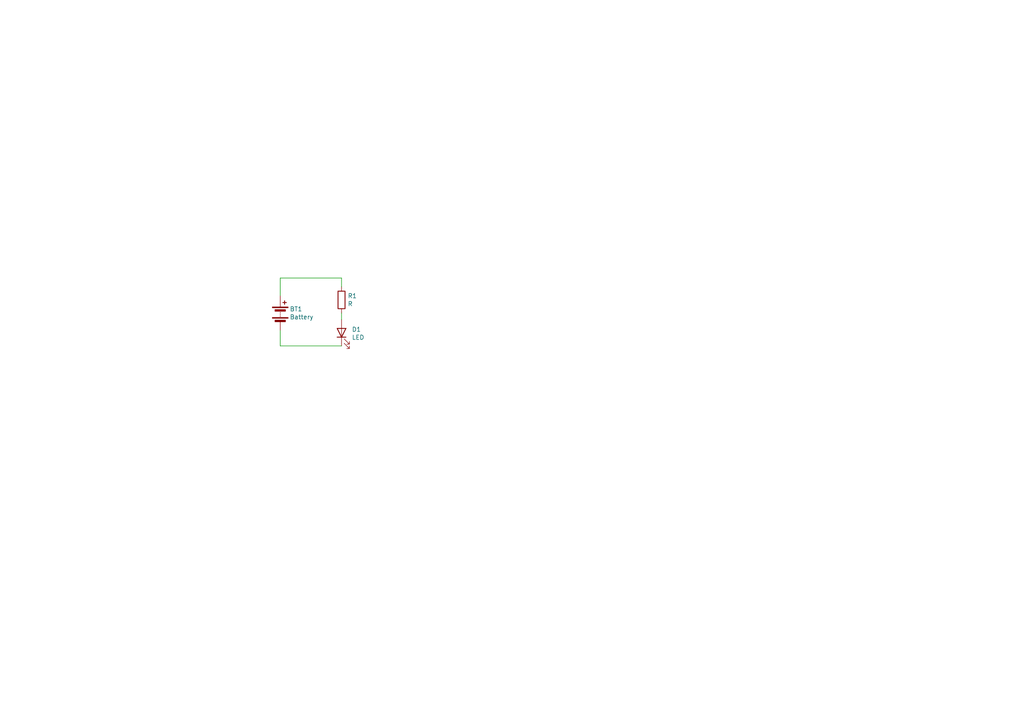
<source format=kicad_sch>
(kicad_sch (version 20230121) (generator eeschema)
  (paper "A4")
  (lib_symbols
    (symbol "Device:Battery" (pin_numbers hide) (pin_names (offset 0) hide)
      (property "Reference" "BT" (at 2.54 2.54 0))
      (property "Value" "Battery" (at 2.54 0 0))
      (symbol "Battery_0_1"
        (rectangle (start -2.286 -1.27) (end 2.286 -1.524) (fill (type outline)))
        (rectangle (start -2.286 1.778) (end 2.286 1.524) (fill (type outline)))
        (rectangle (start -1.524 -2.032) (end 1.524 -2.54) (fill (type outline)))
        (rectangle (start -1.524 1.016) (end 1.524 0.508) (fill (type outline)))
        (polyline (pts (xy 0 -1.016) (xy 0 -0.762)))
        (polyline (pts (xy 0 -0.508) (xy 0 -0.254)))
        (polyline (pts (xy 0 0) (xy 0 0.254)))
        (polyline (pts (xy 0 1.778) (xy 0 2.54)))
        (polyline (pts (xy 0.762 3.048) (xy 1.778 3.048)) (stroke (width 0.254)))
        (polyline (pts (xy 1.27 3.556) (xy 1.27 2.54)) (stroke (width 0.254)))
      )
      (symbol "Battery_1_1"
        (pin passive line (at 0 5.08 270) (length 2.54) (name "+") (number "1"))
        (pin passive line (at 0 -5.08 90) (length 2.54) (name "-") (number "2"))
      )
    )
    (symbol "Device:LED" (pin_numbers hide) (pin_names (offset 1.016) hide)
      (property "Reference" "D" (at 0 2.54 0))
      (property "Value" "LED" (at 0 -2.54 0))
      (symbol "LED_0_1"
        (polyline (pts (xy -1.27 -1.27) (xy -1.27 1.27)) (stroke (width 0.254)))
        (polyline (pts (xy -1.27 0) (xy 1.27 0)))
        (polyline (pts (xy 1.27 -1.27) (xy 1.27 1.27) (xy -1.27 0) (xy 1.27 -1.27)) (stroke (width 0.254)))
        (polyline (pts (xy -3.048 -0.762) (xy -4.572 -2.286) (xy -3.81 -2.286) (xy -4.572 -2.286) (xy -4.572 -1.524)))
        (polyline (pts (xy -1.778 -0.762) (xy -3.302 -2.286) (xy -2.54 -2.286) (xy -3.302 -2.286) (xy -3.302 -1.524)))
      )
      (symbol "LED_1_1"
        (pin passive line (at -3.81 0 0) (length 2.54) (name "K") (number "1"))
        (pin passive line (at 3.81 0 180) (length 2.54) (name "A") (number "2"))
      )
    )
    (symbol "Device:R" (pin_numbers hide) (pin_names (offset 0))
      (property "Reference" "R" (at 2.032 0 90))
      (property "Value" "R" (at 0 0 90))
      (symbol "R_0_1"
        (rectangle (start -1.016 -2.54) (end 1.016 2.54) (stroke (width 0.254)))
      )
      (symbol "R_1_1"
        (pin passive line (at 0 3.81 270) (length 1.27) (name "~") (number "1"))
        (pin passive line (at 0 -3.81 90) (length 1.27) (name "~") (number "2"))
      )
    )
  )
  (wire (pts (xy 81.28 100.33) (xy 99.06 100.33)))
  (wire (pts (xy 99.06 92.71) (xy 99.06 90.805)))
  (wire (pts (xy 81.28 95.885) (xy 81.28 100.33)))
  (wire (pts (xy 81.28 80.645) (xy 81.28 85.725)))
  (wire (pts (xy 99.06 80.645) (xy 81.28 80.645)))
  (wire (pts (xy 99.06 83.185) (xy 99.06 80.645)))
  (symbol (lib_id "Device:LED") (at 99.06 96.52 90) (unit 1)
    (property "Reference" "D1" (at 102.0318 95.5548 90) (effects (justify right)))
    (property "Value" "LED" (at 102.0318 97.8662 90) (effects (justify right)))
    (property "Footprint" "KiCad/kicad-footprints/LED_SMD.pretty:LED_0805_2012Metric" (effects hide))
  )
  (symbol (lib_id "Device:R") (at 99.06 86.995 0) (unit 1)
    (property "Reference" "R1" (at 100.838 85.8266 0) (effects (justify left)))
    (property "Value" "R" (at 100.838 88.138 0) (effects (justify left)))
    (property "Footprint" "KiCad/kicad-footprints/Resistor_SMD.pretty:R_1206_3216Metric" (effects hide))
  )
  (symbol (lib_id "Device:Battery") (at 81.28 90.805 0) (unit 1)
    (property "Reference" "BT1" (at 84.0232 89.6366 0) (effects (justify left)))
    (property "Value" "Battery" (at 84.0232 91.948 0) (effects (justify left)))
    (property "Footprint" "KiCad/kicad-footprints/Battery.pretty:BatteryHolder_Bulgin_BX0036_1xC" (effects hide))
  )
)
</source>
